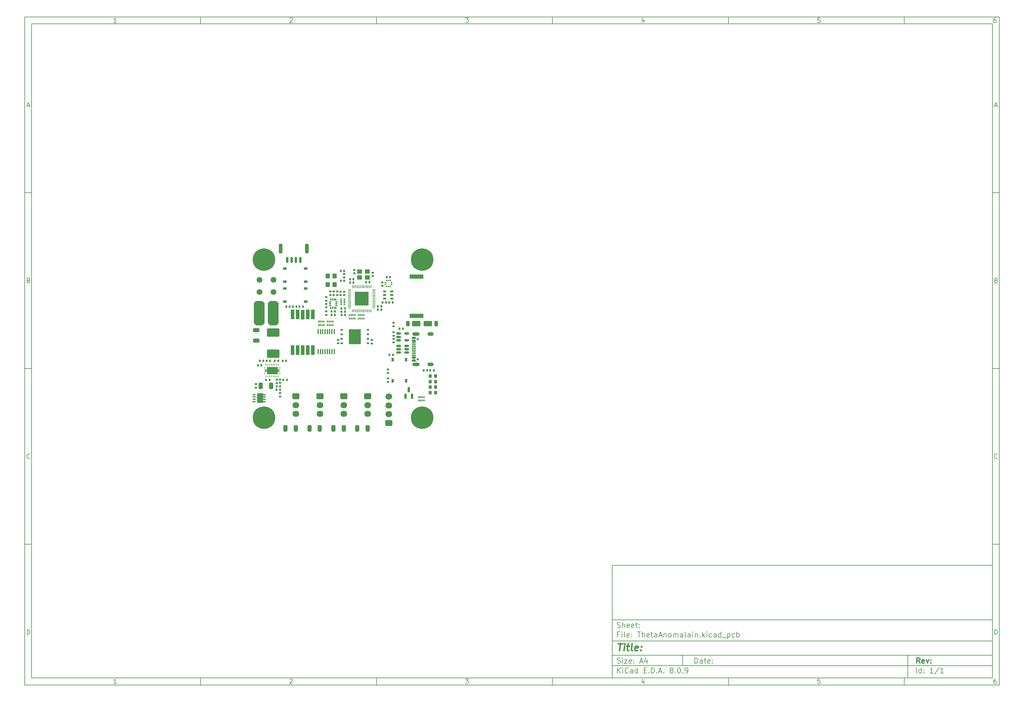
<source format=gbr>
%TF.GenerationSoftware,KiCad,Pcbnew,8.0.9-8.0.9-0~ubuntu24.04.1*%
%TF.CreationDate,2025-05-06T11:39:43+05:00*%
%TF.ProjectId,ThetaAnomalain,54686574-6141-46e6-9f6d-616c61696e2e,rev?*%
%TF.SameCoordinates,Original*%
%TF.FileFunction,Soldermask,Top*%
%TF.FilePolarity,Negative*%
%FSLAX46Y46*%
G04 Gerber Fmt 4.6, Leading zero omitted, Abs format (unit mm)*
G04 Created by KiCad (PCBNEW 8.0.9-8.0.9-0~ubuntu24.04.1) date 2025-05-06 11:39:43*
%MOMM*%
%LPD*%
G01*
G04 APERTURE LIST*
G04 Aperture macros list*
%AMRoundRect*
0 Rectangle with rounded corners*
0 $1 Rounding radius*
0 $2 $3 $4 $5 $6 $7 $8 $9 X,Y pos of 4 corners*
0 Add a 4 corners polygon primitive as box body*
4,1,4,$2,$3,$4,$5,$6,$7,$8,$9,$2,$3,0*
0 Add four circle primitives for the rounded corners*
1,1,$1+$1,$2,$3*
1,1,$1+$1,$4,$5*
1,1,$1+$1,$6,$7*
1,1,$1+$1,$8,$9*
0 Add four rect primitives between the rounded corners*
20,1,$1+$1,$2,$3,$4,$5,0*
20,1,$1+$1,$4,$5,$6,$7,0*
20,1,$1+$1,$6,$7,$8,$9,0*
20,1,$1+$1,$8,$9,$2,$3,0*%
%AMOutline5P*
0 Free polygon, 5 corners , with rotation*
0 The origin of the aperture is its center*
0 number of corners: always 5*
0 $1 to $10 corner X, Y*
0 $11 Rotation angle, in degrees counterclockwise*
0 create outline with 5 corners*
4,1,5,$1,$2,$3,$4,$5,$6,$7,$8,$9,$10,$1,$2,$11*%
%AMOutline6P*
0 Free polygon, 6 corners , with rotation*
0 The origin of the aperture is its center*
0 number of corners: always 6*
0 $1 to $12 corner X, Y*
0 $13 Rotation angle, in degrees counterclockwise*
0 create outline with 6 corners*
4,1,6,$1,$2,$3,$4,$5,$6,$7,$8,$9,$10,$11,$12,$1,$2,$13*%
%AMOutline7P*
0 Free polygon, 7 corners , with rotation*
0 The origin of the aperture is its center*
0 number of corners: always 7*
0 $1 to $14 corner X, Y*
0 $15 Rotation angle, in degrees counterclockwise*
0 create outline with 7 corners*
4,1,7,$1,$2,$3,$4,$5,$6,$7,$8,$9,$10,$11,$12,$13,$14,$1,$2,$15*%
%AMOutline8P*
0 Free polygon, 8 corners , with rotation*
0 The origin of the aperture is its center*
0 number of corners: always 8*
0 $1 to $16 corner X, Y*
0 $17 Rotation angle, in degrees counterclockwise*
0 create outline with 8 corners*
4,1,8,$1,$2,$3,$4,$5,$6,$7,$8,$9,$10,$11,$12,$13,$14,$15,$16,$1,$2,$17*%
G04 Aperture macros list end*
%ADD10C,0.100000*%
%ADD11C,0.150000*%
%ADD12C,0.300000*%
%ADD13C,0.400000*%
%ADD14RoundRect,0.218750X0.218750X0.256250X-0.218750X0.256250X-0.218750X-0.256250X0.218750X-0.256250X0*%
%ADD15RoundRect,0.135000X-0.185000X0.135000X-0.185000X-0.135000X0.185000X-0.135000X0.185000X0.135000X0*%
%ADD16O,0.599999X0.240000*%
%ADD17O,0.240000X0.599999*%
%ADD18R,0.725068X0.229918*%
%ADD19R,0.724920X0.229997*%
%ADD20R,0.399999X0.319994*%
%ADD21R,0.399998X0.319995*%
%ADD22R,3.050006X2.049998*%
%ADD23R,0.725070X0.230003*%
%ADD24R,0.724922X0.230003*%
%ADD25RoundRect,0.135000X0.185000X-0.135000X0.185000X0.135000X-0.185000X0.135000X-0.185000X-0.135000X0*%
%ADD26RoundRect,0.250000X-0.725000X0.600000X-0.725000X-0.600000X0.725000X-0.600000X0.725000X0.600000X0*%
%ADD27O,1.950000X1.700000*%
%ADD28RoundRect,0.250000X-0.325000X-0.650000X0.325000X-0.650000X0.325000X0.650000X-0.325000X0.650000X0*%
%ADD29R,1.000000X0.750000*%
%ADD30RoundRect,0.135000X-0.135000X-0.185000X0.135000X-0.185000X0.135000X0.185000X-0.135000X0.185000X0*%
%ADD31C,0.800000*%
%ADD32C,6.400000*%
%ADD33RoundRect,0.135000X0.135000X0.185000X-0.135000X0.185000X-0.135000X-0.185000X0.135000X-0.185000X0*%
%ADD34RoundRect,0.100000X-0.100000X0.637500X-0.100000X-0.637500X0.100000X-0.637500X0.100000X0.637500X0*%
%ADD35RoundRect,0.150000X0.150000X-0.587500X0.150000X0.587500X-0.150000X0.587500X-0.150000X-0.587500X0*%
%ADD36RoundRect,0.140000X0.140000X0.170000X-0.140000X0.170000X-0.140000X-0.170000X0.140000X-0.170000X0*%
%ADD37RoundRect,0.250000X-1.500000X0.925000X-1.500000X-0.925000X1.500000X-0.925000X1.500000X0.925000X0*%
%ADD38RoundRect,0.147500X0.172500X-0.147500X0.172500X0.147500X-0.172500X0.147500X-0.172500X-0.147500X0*%
%ADD39RoundRect,0.140000X0.170000X-0.140000X0.170000X0.140000X-0.170000X0.140000X-0.170000X-0.140000X0*%
%ADD40RoundRect,0.140000X-0.170000X0.140000X-0.170000X-0.140000X0.170000X-0.140000X0.170000X0.140000X0*%
%ADD41RoundRect,0.140000X-0.140000X-0.170000X0.140000X-0.170000X0.140000X0.170000X-0.140000X0.170000X0*%
%ADD42RoundRect,0.250000X0.725000X-0.600000X0.725000X0.600000X-0.725000X0.600000X-0.725000X-0.600000X0*%
%ADD43R,1.200000X1.400000*%
%ADD44R,1.000000X2.800000*%
%ADD45C,1.649242*%
%ADD46Outline8P,-3.500000X0.900000X-2.900000X1.500000X2.900000X1.500000X3.500000X0.900000X3.500000X-0.900000X2.900000X-1.500000X-2.900000X-1.500000X-3.500000X-0.900000X90.000000*%
%ADD47R,0.400000X0.500000*%
%ADD48R,0.300000X0.500000*%
%ADD49RoundRect,0.000000X-0.400000X-0.250000X0.400000X-0.250000X0.400000X0.250000X-0.400000X0.250000X0*%
%ADD50RoundRect,0.250000X0.650000X-0.325000X0.650000X0.325000X-0.650000X0.325000X-0.650000X-0.325000X0*%
%ADD51R,0.500000X0.400000*%
%ADD52R,0.500000X0.300000*%
%ADD53R,4.000000X1.200000*%
%ADD54RoundRect,0.087500X-0.087500X0.225000X-0.087500X-0.225000X0.087500X-0.225000X0.087500X0.225000X0*%
%ADD55RoundRect,0.087500X-0.225000X0.087500X-0.225000X-0.087500X0.225000X-0.087500X0.225000X0.087500X0*%
%ADD56RoundRect,0.150000X0.150000X0.700000X-0.150000X0.700000X-0.150000X-0.700000X0.150000X-0.700000X0*%
%ADD57RoundRect,0.250000X0.250000X1.100000X-0.250000X1.100000X-0.250000X-1.100000X0.250000X-1.100000X0*%
%ADD58RoundRect,0.150000X-0.512500X-0.150000X0.512500X-0.150000X0.512500X0.150000X-0.512500X0.150000X0*%
%ADD59R,1.400000X1.200000*%
%ADD60R,0.750000X1.000000*%
%ADD61R,1.725000X2.700000*%
%ADD62RoundRect,0.075000X-0.362500X-0.075000X0.362500X-0.075000X0.362500X0.075000X-0.362500X0.075000X0*%
%ADD63RoundRect,0.150000X0.512500X0.150000X-0.512500X0.150000X-0.512500X-0.150000X0.512500X-0.150000X0*%
%ADD64RoundRect,0.050000X-0.350000X-0.050000X0.350000X-0.050000X0.350000X0.050000X-0.350000X0.050000X0*%
%ADD65RoundRect,0.050000X-0.050000X-0.350000X0.050000X-0.350000X0.050000X0.350000X-0.050000X0.350000X0*%
%ADD66R,4.000000X4.000000*%
%ADD67RoundRect,0.125000X0.200000X0.125000X-0.200000X0.125000X-0.200000X-0.125000X0.200000X-0.125000X0*%
%ADD68R,3.400000X4.300000*%
%ADD69RoundRect,0.250000X-0.950000X-0.500000X0.950000X-0.500000X0.950000X0.500000X-0.950000X0.500000X0*%
%ADD70RoundRect,0.250000X-0.275000X-0.500000X0.275000X-0.500000X0.275000X0.500000X-0.275000X0.500000X0*%
%ADD71RoundRect,0.250000X0.950000X0.500000X-0.950000X0.500000X-0.950000X-0.500000X0.950000X-0.500000X0*%
%ADD72RoundRect,0.250000X0.275000X0.500000X-0.275000X0.500000X-0.275000X-0.500000X0.275000X-0.500000X0*%
%ADD73RoundRect,0.045000X0.205000X-0.105000X0.205000X0.105000X-0.205000X0.105000X-0.205000X-0.105000X0*%
%ADD74RoundRect,0.045000X0.105000X-0.205000X0.105000X0.205000X-0.105000X0.205000X-0.105000X-0.205000X0*%
%ADD75C,0.650000*%
%ADD76RoundRect,0.150000X0.425000X-0.150000X0.425000X0.150000X-0.425000X0.150000X-0.425000X-0.150000X0*%
%ADD77RoundRect,0.075000X0.500000X-0.075000X0.500000X0.075000X-0.500000X0.075000X-0.500000X-0.075000X0*%
%ADD78O,2.100000X1.000000*%
%ADD79O,1.800000X1.000000*%
%ADD80RoundRect,0.250000X0.325000X0.650000X-0.325000X0.650000X-0.325000X-0.650000X0.325000X-0.650000X0*%
G04 APERTURE END LIST*
D10*
D11*
X177002200Y-166007200D02*
X285002200Y-166007200D01*
X285002200Y-198007200D01*
X177002200Y-198007200D01*
X177002200Y-166007200D01*
D10*
D11*
X10000000Y-10000000D02*
X287002200Y-10000000D01*
X287002200Y-200007200D01*
X10000000Y-200007200D01*
X10000000Y-10000000D01*
D10*
D11*
X12000000Y-12000000D02*
X285002200Y-12000000D01*
X285002200Y-198007200D01*
X12000000Y-198007200D01*
X12000000Y-12000000D01*
D10*
D11*
X60000000Y-12000000D02*
X60000000Y-10000000D01*
D10*
D11*
X110000000Y-12000000D02*
X110000000Y-10000000D01*
D10*
D11*
X160000000Y-12000000D02*
X160000000Y-10000000D01*
D10*
D11*
X210000000Y-12000000D02*
X210000000Y-10000000D01*
D10*
D11*
X260000000Y-12000000D02*
X260000000Y-10000000D01*
D10*
D11*
X36089160Y-11593604D02*
X35346303Y-11593604D01*
X35717731Y-11593604D02*
X35717731Y-10293604D01*
X35717731Y-10293604D02*
X35593922Y-10479319D01*
X35593922Y-10479319D02*
X35470112Y-10603128D01*
X35470112Y-10603128D02*
X35346303Y-10665033D01*
D10*
D11*
X85346303Y-10417414D02*
X85408207Y-10355509D01*
X85408207Y-10355509D02*
X85532017Y-10293604D01*
X85532017Y-10293604D02*
X85841541Y-10293604D01*
X85841541Y-10293604D02*
X85965350Y-10355509D01*
X85965350Y-10355509D02*
X86027255Y-10417414D01*
X86027255Y-10417414D02*
X86089160Y-10541223D01*
X86089160Y-10541223D02*
X86089160Y-10665033D01*
X86089160Y-10665033D02*
X86027255Y-10850747D01*
X86027255Y-10850747D02*
X85284398Y-11593604D01*
X85284398Y-11593604D02*
X86089160Y-11593604D01*
D10*
D11*
X135284398Y-10293604D02*
X136089160Y-10293604D01*
X136089160Y-10293604D02*
X135655826Y-10788842D01*
X135655826Y-10788842D02*
X135841541Y-10788842D01*
X135841541Y-10788842D02*
X135965350Y-10850747D01*
X135965350Y-10850747D02*
X136027255Y-10912652D01*
X136027255Y-10912652D02*
X136089160Y-11036461D01*
X136089160Y-11036461D02*
X136089160Y-11345985D01*
X136089160Y-11345985D02*
X136027255Y-11469795D01*
X136027255Y-11469795D02*
X135965350Y-11531700D01*
X135965350Y-11531700D02*
X135841541Y-11593604D01*
X135841541Y-11593604D02*
X135470112Y-11593604D01*
X135470112Y-11593604D02*
X135346303Y-11531700D01*
X135346303Y-11531700D02*
X135284398Y-11469795D01*
D10*
D11*
X185965350Y-10726938D02*
X185965350Y-11593604D01*
X185655826Y-10231700D02*
X185346303Y-11160271D01*
X185346303Y-11160271D02*
X186151064Y-11160271D01*
D10*
D11*
X236027255Y-10293604D02*
X235408207Y-10293604D01*
X235408207Y-10293604D02*
X235346303Y-10912652D01*
X235346303Y-10912652D02*
X235408207Y-10850747D01*
X235408207Y-10850747D02*
X235532017Y-10788842D01*
X235532017Y-10788842D02*
X235841541Y-10788842D01*
X235841541Y-10788842D02*
X235965350Y-10850747D01*
X235965350Y-10850747D02*
X236027255Y-10912652D01*
X236027255Y-10912652D02*
X236089160Y-11036461D01*
X236089160Y-11036461D02*
X236089160Y-11345985D01*
X236089160Y-11345985D02*
X236027255Y-11469795D01*
X236027255Y-11469795D02*
X235965350Y-11531700D01*
X235965350Y-11531700D02*
X235841541Y-11593604D01*
X235841541Y-11593604D02*
X235532017Y-11593604D01*
X235532017Y-11593604D02*
X235408207Y-11531700D01*
X235408207Y-11531700D02*
X235346303Y-11469795D01*
D10*
D11*
X285965350Y-10293604D02*
X285717731Y-10293604D01*
X285717731Y-10293604D02*
X285593922Y-10355509D01*
X285593922Y-10355509D02*
X285532017Y-10417414D01*
X285532017Y-10417414D02*
X285408207Y-10603128D01*
X285408207Y-10603128D02*
X285346303Y-10850747D01*
X285346303Y-10850747D02*
X285346303Y-11345985D01*
X285346303Y-11345985D02*
X285408207Y-11469795D01*
X285408207Y-11469795D02*
X285470112Y-11531700D01*
X285470112Y-11531700D02*
X285593922Y-11593604D01*
X285593922Y-11593604D02*
X285841541Y-11593604D01*
X285841541Y-11593604D02*
X285965350Y-11531700D01*
X285965350Y-11531700D02*
X286027255Y-11469795D01*
X286027255Y-11469795D02*
X286089160Y-11345985D01*
X286089160Y-11345985D02*
X286089160Y-11036461D01*
X286089160Y-11036461D02*
X286027255Y-10912652D01*
X286027255Y-10912652D02*
X285965350Y-10850747D01*
X285965350Y-10850747D02*
X285841541Y-10788842D01*
X285841541Y-10788842D02*
X285593922Y-10788842D01*
X285593922Y-10788842D02*
X285470112Y-10850747D01*
X285470112Y-10850747D02*
X285408207Y-10912652D01*
X285408207Y-10912652D02*
X285346303Y-11036461D01*
D10*
D11*
X60000000Y-198007200D02*
X60000000Y-200007200D01*
D10*
D11*
X110000000Y-198007200D02*
X110000000Y-200007200D01*
D10*
D11*
X160000000Y-198007200D02*
X160000000Y-200007200D01*
D10*
D11*
X210000000Y-198007200D02*
X210000000Y-200007200D01*
D10*
D11*
X260000000Y-198007200D02*
X260000000Y-200007200D01*
D10*
D11*
X36089160Y-199600804D02*
X35346303Y-199600804D01*
X35717731Y-199600804D02*
X35717731Y-198300804D01*
X35717731Y-198300804D02*
X35593922Y-198486519D01*
X35593922Y-198486519D02*
X35470112Y-198610328D01*
X35470112Y-198610328D02*
X35346303Y-198672233D01*
D10*
D11*
X85346303Y-198424614D02*
X85408207Y-198362709D01*
X85408207Y-198362709D02*
X85532017Y-198300804D01*
X85532017Y-198300804D02*
X85841541Y-198300804D01*
X85841541Y-198300804D02*
X85965350Y-198362709D01*
X85965350Y-198362709D02*
X86027255Y-198424614D01*
X86027255Y-198424614D02*
X86089160Y-198548423D01*
X86089160Y-198548423D02*
X86089160Y-198672233D01*
X86089160Y-198672233D02*
X86027255Y-198857947D01*
X86027255Y-198857947D02*
X85284398Y-199600804D01*
X85284398Y-199600804D02*
X86089160Y-199600804D01*
D10*
D11*
X135284398Y-198300804D02*
X136089160Y-198300804D01*
X136089160Y-198300804D02*
X135655826Y-198796042D01*
X135655826Y-198796042D02*
X135841541Y-198796042D01*
X135841541Y-198796042D02*
X135965350Y-198857947D01*
X135965350Y-198857947D02*
X136027255Y-198919852D01*
X136027255Y-198919852D02*
X136089160Y-199043661D01*
X136089160Y-199043661D02*
X136089160Y-199353185D01*
X136089160Y-199353185D02*
X136027255Y-199476995D01*
X136027255Y-199476995D02*
X135965350Y-199538900D01*
X135965350Y-199538900D02*
X135841541Y-199600804D01*
X135841541Y-199600804D02*
X135470112Y-199600804D01*
X135470112Y-199600804D02*
X135346303Y-199538900D01*
X135346303Y-199538900D02*
X135284398Y-199476995D01*
D10*
D11*
X185965350Y-198734138D02*
X185965350Y-199600804D01*
X185655826Y-198238900D02*
X185346303Y-199167471D01*
X185346303Y-199167471D02*
X186151064Y-199167471D01*
D10*
D11*
X236027255Y-198300804D02*
X235408207Y-198300804D01*
X235408207Y-198300804D02*
X235346303Y-198919852D01*
X235346303Y-198919852D02*
X235408207Y-198857947D01*
X235408207Y-198857947D02*
X235532017Y-198796042D01*
X235532017Y-198796042D02*
X235841541Y-198796042D01*
X235841541Y-198796042D02*
X235965350Y-198857947D01*
X235965350Y-198857947D02*
X236027255Y-198919852D01*
X236027255Y-198919852D02*
X236089160Y-199043661D01*
X236089160Y-199043661D02*
X236089160Y-199353185D01*
X236089160Y-199353185D02*
X236027255Y-199476995D01*
X236027255Y-199476995D02*
X235965350Y-199538900D01*
X235965350Y-199538900D02*
X235841541Y-199600804D01*
X235841541Y-199600804D02*
X235532017Y-199600804D01*
X235532017Y-199600804D02*
X235408207Y-199538900D01*
X235408207Y-199538900D02*
X235346303Y-199476995D01*
D10*
D11*
X285965350Y-198300804D02*
X285717731Y-198300804D01*
X285717731Y-198300804D02*
X285593922Y-198362709D01*
X285593922Y-198362709D02*
X285532017Y-198424614D01*
X285532017Y-198424614D02*
X285408207Y-198610328D01*
X285408207Y-198610328D02*
X285346303Y-198857947D01*
X285346303Y-198857947D02*
X285346303Y-199353185D01*
X285346303Y-199353185D02*
X285408207Y-199476995D01*
X285408207Y-199476995D02*
X285470112Y-199538900D01*
X285470112Y-199538900D02*
X285593922Y-199600804D01*
X285593922Y-199600804D02*
X285841541Y-199600804D01*
X285841541Y-199600804D02*
X285965350Y-199538900D01*
X285965350Y-199538900D02*
X286027255Y-199476995D01*
X286027255Y-199476995D02*
X286089160Y-199353185D01*
X286089160Y-199353185D02*
X286089160Y-199043661D01*
X286089160Y-199043661D02*
X286027255Y-198919852D01*
X286027255Y-198919852D02*
X285965350Y-198857947D01*
X285965350Y-198857947D02*
X285841541Y-198796042D01*
X285841541Y-198796042D02*
X285593922Y-198796042D01*
X285593922Y-198796042D02*
X285470112Y-198857947D01*
X285470112Y-198857947D02*
X285408207Y-198919852D01*
X285408207Y-198919852D02*
X285346303Y-199043661D01*
D10*
D11*
X10000000Y-60000000D02*
X12000000Y-60000000D01*
D10*
D11*
X10000000Y-110000000D02*
X12000000Y-110000000D01*
D10*
D11*
X10000000Y-160000000D02*
X12000000Y-160000000D01*
D10*
D11*
X10690476Y-35222176D02*
X11309523Y-35222176D01*
X10566666Y-35593604D02*
X10999999Y-34293604D01*
X10999999Y-34293604D02*
X11433333Y-35593604D01*
D10*
D11*
X11092857Y-84912652D02*
X11278571Y-84974557D01*
X11278571Y-84974557D02*
X11340476Y-85036461D01*
X11340476Y-85036461D02*
X11402380Y-85160271D01*
X11402380Y-85160271D02*
X11402380Y-85345985D01*
X11402380Y-85345985D02*
X11340476Y-85469795D01*
X11340476Y-85469795D02*
X11278571Y-85531700D01*
X11278571Y-85531700D02*
X11154761Y-85593604D01*
X11154761Y-85593604D02*
X10659523Y-85593604D01*
X10659523Y-85593604D02*
X10659523Y-84293604D01*
X10659523Y-84293604D02*
X11092857Y-84293604D01*
X11092857Y-84293604D02*
X11216666Y-84355509D01*
X11216666Y-84355509D02*
X11278571Y-84417414D01*
X11278571Y-84417414D02*
X11340476Y-84541223D01*
X11340476Y-84541223D02*
X11340476Y-84665033D01*
X11340476Y-84665033D02*
X11278571Y-84788842D01*
X11278571Y-84788842D02*
X11216666Y-84850747D01*
X11216666Y-84850747D02*
X11092857Y-84912652D01*
X11092857Y-84912652D02*
X10659523Y-84912652D01*
D10*
D11*
X11402380Y-135469795D02*
X11340476Y-135531700D01*
X11340476Y-135531700D02*
X11154761Y-135593604D01*
X11154761Y-135593604D02*
X11030952Y-135593604D01*
X11030952Y-135593604D02*
X10845238Y-135531700D01*
X10845238Y-135531700D02*
X10721428Y-135407890D01*
X10721428Y-135407890D02*
X10659523Y-135284080D01*
X10659523Y-135284080D02*
X10597619Y-135036461D01*
X10597619Y-135036461D02*
X10597619Y-134850747D01*
X10597619Y-134850747D02*
X10659523Y-134603128D01*
X10659523Y-134603128D02*
X10721428Y-134479319D01*
X10721428Y-134479319D02*
X10845238Y-134355509D01*
X10845238Y-134355509D02*
X11030952Y-134293604D01*
X11030952Y-134293604D02*
X11154761Y-134293604D01*
X11154761Y-134293604D02*
X11340476Y-134355509D01*
X11340476Y-134355509D02*
X11402380Y-134417414D01*
D10*
D11*
X10659523Y-185593604D02*
X10659523Y-184293604D01*
X10659523Y-184293604D02*
X10969047Y-184293604D01*
X10969047Y-184293604D02*
X11154761Y-184355509D01*
X11154761Y-184355509D02*
X11278571Y-184479319D01*
X11278571Y-184479319D02*
X11340476Y-184603128D01*
X11340476Y-184603128D02*
X11402380Y-184850747D01*
X11402380Y-184850747D02*
X11402380Y-185036461D01*
X11402380Y-185036461D02*
X11340476Y-185284080D01*
X11340476Y-185284080D02*
X11278571Y-185407890D01*
X11278571Y-185407890D02*
X11154761Y-185531700D01*
X11154761Y-185531700D02*
X10969047Y-185593604D01*
X10969047Y-185593604D02*
X10659523Y-185593604D01*
D10*
D11*
X287002200Y-60000000D02*
X285002200Y-60000000D01*
D10*
D11*
X287002200Y-110000000D02*
X285002200Y-110000000D01*
D10*
D11*
X287002200Y-160000000D02*
X285002200Y-160000000D01*
D10*
D11*
X285692676Y-35222176D02*
X286311723Y-35222176D01*
X285568866Y-35593604D02*
X286002199Y-34293604D01*
X286002199Y-34293604D02*
X286435533Y-35593604D01*
D10*
D11*
X286095057Y-84912652D02*
X286280771Y-84974557D01*
X286280771Y-84974557D02*
X286342676Y-85036461D01*
X286342676Y-85036461D02*
X286404580Y-85160271D01*
X286404580Y-85160271D02*
X286404580Y-85345985D01*
X286404580Y-85345985D02*
X286342676Y-85469795D01*
X286342676Y-85469795D02*
X286280771Y-85531700D01*
X286280771Y-85531700D02*
X286156961Y-85593604D01*
X286156961Y-85593604D02*
X285661723Y-85593604D01*
X285661723Y-85593604D02*
X285661723Y-84293604D01*
X285661723Y-84293604D02*
X286095057Y-84293604D01*
X286095057Y-84293604D02*
X286218866Y-84355509D01*
X286218866Y-84355509D02*
X286280771Y-84417414D01*
X286280771Y-84417414D02*
X286342676Y-84541223D01*
X286342676Y-84541223D02*
X286342676Y-84665033D01*
X286342676Y-84665033D02*
X286280771Y-84788842D01*
X286280771Y-84788842D02*
X286218866Y-84850747D01*
X286218866Y-84850747D02*
X286095057Y-84912652D01*
X286095057Y-84912652D02*
X285661723Y-84912652D01*
D10*
D11*
X286404580Y-135469795D02*
X286342676Y-135531700D01*
X286342676Y-135531700D02*
X286156961Y-135593604D01*
X286156961Y-135593604D02*
X286033152Y-135593604D01*
X286033152Y-135593604D02*
X285847438Y-135531700D01*
X285847438Y-135531700D02*
X285723628Y-135407890D01*
X285723628Y-135407890D02*
X285661723Y-135284080D01*
X285661723Y-135284080D02*
X285599819Y-135036461D01*
X285599819Y-135036461D02*
X285599819Y-134850747D01*
X285599819Y-134850747D02*
X285661723Y-134603128D01*
X285661723Y-134603128D02*
X285723628Y-134479319D01*
X285723628Y-134479319D02*
X285847438Y-134355509D01*
X285847438Y-134355509D02*
X286033152Y-134293604D01*
X286033152Y-134293604D02*
X286156961Y-134293604D01*
X286156961Y-134293604D02*
X286342676Y-134355509D01*
X286342676Y-134355509D02*
X286404580Y-134417414D01*
D10*
D11*
X285661723Y-185593604D02*
X285661723Y-184293604D01*
X285661723Y-184293604D02*
X285971247Y-184293604D01*
X285971247Y-184293604D02*
X286156961Y-184355509D01*
X286156961Y-184355509D02*
X286280771Y-184479319D01*
X286280771Y-184479319D02*
X286342676Y-184603128D01*
X286342676Y-184603128D02*
X286404580Y-184850747D01*
X286404580Y-184850747D02*
X286404580Y-185036461D01*
X286404580Y-185036461D02*
X286342676Y-185284080D01*
X286342676Y-185284080D02*
X286280771Y-185407890D01*
X286280771Y-185407890D02*
X286156961Y-185531700D01*
X286156961Y-185531700D02*
X285971247Y-185593604D01*
X285971247Y-185593604D02*
X285661723Y-185593604D01*
D10*
D11*
X200458026Y-193793328D02*
X200458026Y-192293328D01*
X200458026Y-192293328D02*
X200815169Y-192293328D01*
X200815169Y-192293328D02*
X201029455Y-192364757D01*
X201029455Y-192364757D02*
X201172312Y-192507614D01*
X201172312Y-192507614D02*
X201243741Y-192650471D01*
X201243741Y-192650471D02*
X201315169Y-192936185D01*
X201315169Y-192936185D02*
X201315169Y-193150471D01*
X201315169Y-193150471D02*
X201243741Y-193436185D01*
X201243741Y-193436185D02*
X201172312Y-193579042D01*
X201172312Y-193579042D02*
X201029455Y-193721900D01*
X201029455Y-193721900D02*
X200815169Y-193793328D01*
X200815169Y-193793328D02*
X200458026Y-193793328D01*
X202600884Y-193793328D02*
X202600884Y-193007614D01*
X202600884Y-193007614D02*
X202529455Y-192864757D01*
X202529455Y-192864757D02*
X202386598Y-192793328D01*
X202386598Y-192793328D02*
X202100884Y-192793328D01*
X202100884Y-192793328D02*
X201958026Y-192864757D01*
X202600884Y-193721900D02*
X202458026Y-193793328D01*
X202458026Y-193793328D02*
X202100884Y-193793328D01*
X202100884Y-193793328D02*
X201958026Y-193721900D01*
X201958026Y-193721900D02*
X201886598Y-193579042D01*
X201886598Y-193579042D02*
X201886598Y-193436185D01*
X201886598Y-193436185D02*
X201958026Y-193293328D01*
X201958026Y-193293328D02*
X202100884Y-193221900D01*
X202100884Y-193221900D02*
X202458026Y-193221900D01*
X202458026Y-193221900D02*
X202600884Y-193150471D01*
X203100884Y-192793328D02*
X203672312Y-192793328D01*
X203315169Y-192293328D02*
X203315169Y-193579042D01*
X203315169Y-193579042D02*
X203386598Y-193721900D01*
X203386598Y-193721900D02*
X203529455Y-193793328D01*
X203529455Y-193793328D02*
X203672312Y-193793328D01*
X204743741Y-193721900D02*
X204600884Y-193793328D01*
X204600884Y-193793328D02*
X204315170Y-193793328D01*
X204315170Y-193793328D02*
X204172312Y-193721900D01*
X204172312Y-193721900D02*
X204100884Y-193579042D01*
X204100884Y-193579042D02*
X204100884Y-193007614D01*
X204100884Y-193007614D02*
X204172312Y-192864757D01*
X204172312Y-192864757D02*
X204315170Y-192793328D01*
X204315170Y-192793328D02*
X204600884Y-192793328D01*
X204600884Y-192793328D02*
X204743741Y-192864757D01*
X204743741Y-192864757D02*
X204815170Y-193007614D01*
X204815170Y-193007614D02*
X204815170Y-193150471D01*
X204815170Y-193150471D02*
X204100884Y-193293328D01*
X205458026Y-193650471D02*
X205529455Y-193721900D01*
X205529455Y-193721900D02*
X205458026Y-193793328D01*
X205458026Y-193793328D02*
X205386598Y-193721900D01*
X205386598Y-193721900D02*
X205458026Y-193650471D01*
X205458026Y-193650471D02*
X205458026Y-193793328D01*
X205458026Y-192864757D02*
X205529455Y-192936185D01*
X205529455Y-192936185D02*
X205458026Y-193007614D01*
X205458026Y-193007614D02*
X205386598Y-192936185D01*
X205386598Y-192936185D02*
X205458026Y-192864757D01*
X205458026Y-192864757D02*
X205458026Y-193007614D01*
D10*
D11*
X177002200Y-194507200D02*
X285002200Y-194507200D01*
D10*
D11*
X178458026Y-196593328D02*
X178458026Y-195093328D01*
X179315169Y-196593328D02*
X178672312Y-195736185D01*
X179315169Y-195093328D02*
X178458026Y-195950471D01*
X179958026Y-196593328D02*
X179958026Y-195593328D01*
X179958026Y-195093328D02*
X179886598Y-195164757D01*
X179886598Y-195164757D02*
X179958026Y-195236185D01*
X179958026Y-195236185D02*
X180029455Y-195164757D01*
X180029455Y-195164757D02*
X179958026Y-195093328D01*
X179958026Y-195093328D02*
X179958026Y-195236185D01*
X181529455Y-196450471D02*
X181458027Y-196521900D01*
X181458027Y-196521900D02*
X181243741Y-196593328D01*
X181243741Y-196593328D02*
X181100884Y-196593328D01*
X181100884Y-196593328D02*
X180886598Y-196521900D01*
X180886598Y-196521900D02*
X180743741Y-196379042D01*
X180743741Y-196379042D02*
X180672312Y-196236185D01*
X180672312Y-196236185D02*
X180600884Y-195950471D01*
X180600884Y-195950471D02*
X180600884Y-195736185D01*
X180600884Y-195736185D02*
X180672312Y-195450471D01*
X180672312Y-195450471D02*
X180743741Y-195307614D01*
X180743741Y-195307614D02*
X180886598Y-195164757D01*
X180886598Y-195164757D02*
X181100884Y-195093328D01*
X181100884Y-195093328D02*
X181243741Y-195093328D01*
X181243741Y-195093328D02*
X181458027Y-195164757D01*
X181458027Y-195164757D02*
X181529455Y-195236185D01*
X182815170Y-196593328D02*
X182815170Y-195807614D01*
X182815170Y-195807614D02*
X182743741Y-195664757D01*
X182743741Y-195664757D02*
X182600884Y-195593328D01*
X182600884Y-195593328D02*
X182315170Y-195593328D01*
X182315170Y-195593328D02*
X182172312Y-195664757D01*
X182815170Y-196521900D02*
X182672312Y-196593328D01*
X182672312Y-196593328D02*
X182315170Y-196593328D01*
X182315170Y-196593328D02*
X182172312Y-196521900D01*
X182172312Y-196521900D02*
X182100884Y-196379042D01*
X182100884Y-196379042D02*
X182100884Y-196236185D01*
X182100884Y-196236185D02*
X182172312Y-196093328D01*
X182172312Y-196093328D02*
X182315170Y-196021900D01*
X182315170Y-196021900D02*
X182672312Y-196021900D01*
X182672312Y-196021900D02*
X182815170Y-195950471D01*
X184172313Y-196593328D02*
X184172313Y-195093328D01*
X184172313Y-196521900D02*
X184029455Y-196593328D01*
X184029455Y-196593328D02*
X183743741Y-196593328D01*
X183743741Y-196593328D02*
X183600884Y-196521900D01*
X183600884Y-196521900D02*
X183529455Y-196450471D01*
X183529455Y-196450471D02*
X183458027Y-196307614D01*
X183458027Y-196307614D02*
X183458027Y-195879042D01*
X183458027Y-195879042D02*
X183529455Y-195736185D01*
X183529455Y-195736185D02*
X183600884Y-195664757D01*
X183600884Y-195664757D02*
X183743741Y-195593328D01*
X183743741Y-195593328D02*
X184029455Y-195593328D01*
X184029455Y-195593328D02*
X184172313Y-195664757D01*
X186029455Y-195807614D02*
X186529455Y-195807614D01*
X186743741Y-196593328D02*
X186029455Y-196593328D01*
X186029455Y-196593328D02*
X186029455Y-195093328D01*
X186029455Y-195093328D02*
X186743741Y-195093328D01*
X187386598Y-196450471D02*
X187458027Y-196521900D01*
X187458027Y-196521900D02*
X187386598Y-196593328D01*
X187386598Y-196593328D02*
X187315170Y-196521900D01*
X187315170Y-196521900D02*
X187386598Y-196450471D01*
X187386598Y-196450471D02*
X187386598Y-196593328D01*
X188100884Y-196593328D02*
X188100884Y-195093328D01*
X188100884Y-195093328D02*
X188458027Y-195093328D01*
X188458027Y-195093328D02*
X188672313Y-195164757D01*
X188672313Y-195164757D02*
X188815170Y-195307614D01*
X188815170Y-195307614D02*
X188886599Y-195450471D01*
X188886599Y-195450471D02*
X188958027Y-195736185D01*
X188958027Y-195736185D02*
X188958027Y-195950471D01*
X188958027Y-195950471D02*
X188886599Y-196236185D01*
X188886599Y-196236185D02*
X188815170Y-196379042D01*
X188815170Y-196379042D02*
X188672313Y-196521900D01*
X188672313Y-196521900D02*
X188458027Y-196593328D01*
X188458027Y-196593328D02*
X188100884Y-196593328D01*
X189600884Y-196450471D02*
X189672313Y-196521900D01*
X189672313Y-196521900D02*
X189600884Y-196593328D01*
X189600884Y-196593328D02*
X189529456Y-196521900D01*
X189529456Y-196521900D02*
X189600884Y-196450471D01*
X189600884Y-196450471D02*
X189600884Y-196593328D01*
X190243742Y-196164757D02*
X190958028Y-196164757D01*
X190100885Y-196593328D02*
X190600885Y-195093328D01*
X190600885Y-195093328D02*
X191100885Y-196593328D01*
X191600884Y-196450471D02*
X191672313Y-196521900D01*
X191672313Y-196521900D02*
X191600884Y-196593328D01*
X191600884Y-196593328D02*
X191529456Y-196521900D01*
X191529456Y-196521900D02*
X191600884Y-196450471D01*
X191600884Y-196450471D02*
X191600884Y-196593328D01*
X193672313Y-195736185D02*
X193529456Y-195664757D01*
X193529456Y-195664757D02*
X193458027Y-195593328D01*
X193458027Y-195593328D02*
X193386599Y-195450471D01*
X193386599Y-195450471D02*
X193386599Y-195379042D01*
X193386599Y-195379042D02*
X193458027Y-195236185D01*
X193458027Y-195236185D02*
X193529456Y-195164757D01*
X193529456Y-195164757D02*
X193672313Y-195093328D01*
X193672313Y-195093328D02*
X193958027Y-195093328D01*
X193958027Y-195093328D02*
X194100885Y-195164757D01*
X194100885Y-195164757D02*
X194172313Y-195236185D01*
X194172313Y-195236185D02*
X194243742Y-195379042D01*
X194243742Y-195379042D02*
X194243742Y-195450471D01*
X194243742Y-195450471D02*
X194172313Y-195593328D01*
X194172313Y-195593328D02*
X194100885Y-195664757D01*
X194100885Y-195664757D02*
X193958027Y-195736185D01*
X193958027Y-195736185D02*
X193672313Y-195736185D01*
X193672313Y-195736185D02*
X193529456Y-195807614D01*
X193529456Y-195807614D02*
X193458027Y-195879042D01*
X193458027Y-195879042D02*
X193386599Y-196021900D01*
X193386599Y-196021900D02*
X193386599Y-196307614D01*
X193386599Y-196307614D02*
X193458027Y-196450471D01*
X193458027Y-196450471D02*
X193529456Y-196521900D01*
X193529456Y-196521900D02*
X193672313Y-196593328D01*
X193672313Y-196593328D02*
X193958027Y-196593328D01*
X193958027Y-196593328D02*
X194100885Y-196521900D01*
X194100885Y-196521900D02*
X194172313Y-196450471D01*
X194172313Y-196450471D02*
X194243742Y-196307614D01*
X194243742Y-196307614D02*
X194243742Y-196021900D01*
X194243742Y-196021900D02*
X194172313Y-195879042D01*
X194172313Y-195879042D02*
X194100885Y-195807614D01*
X194100885Y-195807614D02*
X193958027Y-195736185D01*
X194886598Y-196450471D02*
X194958027Y-196521900D01*
X194958027Y-196521900D02*
X194886598Y-196593328D01*
X194886598Y-196593328D02*
X194815170Y-196521900D01*
X194815170Y-196521900D02*
X194886598Y-196450471D01*
X194886598Y-196450471D02*
X194886598Y-196593328D01*
X195886599Y-195093328D02*
X196029456Y-195093328D01*
X196029456Y-195093328D02*
X196172313Y-195164757D01*
X196172313Y-195164757D02*
X196243742Y-195236185D01*
X196243742Y-195236185D02*
X196315170Y-195379042D01*
X196315170Y-195379042D02*
X196386599Y-195664757D01*
X196386599Y-195664757D02*
X196386599Y-196021900D01*
X196386599Y-196021900D02*
X196315170Y-196307614D01*
X196315170Y-196307614D02*
X196243742Y-196450471D01*
X196243742Y-196450471D02*
X196172313Y-196521900D01*
X196172313Y-196521900D02*
X196029456Y-196593328D01*
X196029456Y-196593328D02*
X195886599Y-196593328D01*
X195886599Y-196593328D02*
X195743742Y-196521900D01*
X195743742Y-196521900D02*
X195672313Y-196450471D01*
X195672313Y-196450471D02*
X195600884Y-196307614D01*
X195600884Y-196307614D02*
X195529456Y-196021900D01*
X195529456Y-196021900D02*
X195529456Y-195664757D01*
X195529456Y-195664757D02*
X195600884Y-195379042D01*
X195600884Y-195379042D02*
X195672313Y-195236185D01*
X195672313Y-195236185D02*
X195743742Y-195164757D01*
X195743742Y-195164757D02*
X195886599Y-195093328D01*
X197029455Y-196450471D02*
X197100884Y-196521900D01*
X197100884Y-196521900D02*
X197029455Y-196593328D01*
X197029455Y-196593328D02*
X196958027Y-196521900D01*
X196958027Y-196521900D02*
X197029455Y-196450471D01*
X197029455Y-196450471D02*
X197029455Y-196593328D01*
X197815170Y-196593328D02*
X198100884Y-196593328D01*
X198100884Y-196593328D02*
X198243741Y-196521900D01*
X198243741Y-196521900D02*
X198315170Y-196450471D01*
X198315170Y-196450471D02*
X198458027Y-196236185D01*
X198458027Y-196236185D02*
X198529456Y-195950471D01*
X198529456Y-195950471D02*
X198529456Y-195379042D01*
X198529456Y-195379042D02*
X198458027Y-195236185D01*
X198458027Y-195236185D02*
X198386599Y-195164757D01*
X198386599Y-195164757D02*
X198243741Y-195093328D01*
X198243741Y-195093328D02*
X197958027Y-195093328D01*
X197958027Y-195093328D02*
X197815170Y-195164757D01*
X197815170Y-195164757D02*
X197743741Y-195236185D01*
X197743741Y-195236185D02*
X197672313Y-195379042D01*
X197672313Y-195379042D02*
X197672313Y-195736185D01*
X197672313Y-195736185D02*
X197743741Y-195879042D01*
X197743741Y-195879042D02*
X197815170Y-195950471D01*
X197815170Y-195950471D02*
X197958027Y-196021900D01*
X197958027Y-196021900D02*
X198243741Y-196021900D01*
X198243741Y-196021900D02*
X198386599Y-195950471D01*
X198386599Y-195950471D02*
X198458027Y-195879042D01*
X198458027Y-195879042D02*
X198529456Y-195736185D01*
D10*
D11*
X177002200Y-191507200D02*
X285002200Y-191507200D01*
D10*
D12*
X264413853Y-193785528D02*
X263913853Y-193071242D01*
X263556710Y-193785528D02*
X263556710Y-192285528D01*
X263556710Y-192285528D02*
X264128139Y-192285528D01*
X264128139Y-192285528D02*
X264270996Y-192356957D01*
X264270996Y-192356957D02*
X264342425Y-192428385D01*
X264342425Y-192428385D02*
X264413853Y-192571242D01*
X264413853Y-192571242D02*
X264413853Y-192785528D01*
X264413853Y-192785528D02*
X264342425Y-192928385D01*
X264342425Y-192928385D02*
X264270996Y-192999814D01*
X264270996Y-192999814D02*
X264128139Y-193071242D01*
X264128139Y-193071242D02*
X263556710Y-193071242D01*
X265628139Y-193714100D02*
X265485282Y-193785528D01*
X265485282Y-193785528D02*
X265199568Y-193785528D01*
X265199568Y-193785528D02*
X265056710Y-193714100D01*
X265056710Y-193714100D02*
X264985282Y-193571242D01*
X264985282Y-193571242D02*
X264985282Y-192999814D01*
X264985282Y-192999814D02*
X265056710Y-192856957D01*
X265056710Y-192856957D02*
X265199568Y-192785528D01*
X265199568Y-192785528D02*
X265485282Y-192785528D01*
X265485282Y-192785528D02*
X265628139Y-192856957D01*
X265628139Y-192856957D02*
X265699568Y-192999814D01*
X265699568Y-192999814D02*
X265699568Y-193142671D01*
X265699568Y-193142671D02*
X264985282Y-193285528D01*
X266199567Y-192785528D02*
X266556710Y-193785528D01*
X266556710Y-193785528D02*
X266913853Y-192785528D01*
X267485281Y-193642671D02*
X267556710Y-193714100D01*
X267556710Y-193714100D02*
X267485281Y-193785528D01*
X267485281Y-193785528D02*
X267413853Y-193714100D01*
X267413853Y-193714100D02*
X267485281Y-193642671D01*
X267485281Y-193642671D02*
X267485281Y-193785528D01*
X267485281Y-192856957D02*
X267556710Y-192928385D01*
X267556710Y-192928385D02*
X267485281Y-192999814D01*
X267485281Y-192999814D02*
X267413853Y-192928385D01*
X267413853Y-192928385D02*
X267485281Y-192856957D01*
X267485281Y-192856957D02*
X267485281Y-192999814D01*
D10*
D11*
X178386598Y-193721900D02*
X178600884Y-193793328D01*
X178600884Y-193793328D02*
X178958026Y-193793328D01*
X178958026Y-193793328D02*
X179100884Y-193721900D01*
X179100884Y-193721900D02*
X179172312Y-193650471D01*
X179172312Y-193650471D02*
X179243741Y-193507614D01*
X179243741Y-193507614D02*
X179243741Y-193364757D01*
X179243741Y-193364757D02*
X179172312Y-193221900D01*
X179172312Y-193221900D02*
X179100884Y-193150471D01*
X179100884Y-193150471D02*
X178958026Y-193079042D01*
X178958026Y-193079042D02*
X178672312Y-193007614D01*
X178672312Y-193007614D02*
X178529455Y-192936185D01*
X178529455Y-192936185D02*
X178458026Y-192864757D01*
X178458026Y-192864757D02*
X178386598Y-192721900D01*
X178386598Y-192721900D02*
X178386598Y-192579042D01*
X178386598Y-192579042D02*
X178458026Y-192436185D01*
X178458026Y-192436185D02*
X178529455Y-192364757D01*
X178529455Y-192364757D02*
X178672312Y-192293328D01*
X178672312Y-192293328D02*
X179029455Y-192293328D01*
X179029455Y-192293328D02*
X179243741Y-192364757D01*
X179886597Y-193793328D02*
X179886597Y-192793328D01*
X179886597Y-192293328D02*
X179815169Y-192364757D01*
X179815169Y-192364757D02*
X179886597Y-192436185D01*
X179886597Y-192436185D02*
X179958026Y-192364757D01*
X179958026Y-192364757D02*
X179886597Y-192293328D01*
X179886597Y-192293328D02*
X179886597Y-192436185D01*
X180458026Y-192793328D02*
X181243741Y-192793328D01*
X181243741Y-192793328D02*
X180458026Y-193793328D01*
X180458026Y-193793328D02*
X181243741Y-193793328D01*
X182386598Y-193721900D02*
X182243741Y-193793328D01*
X182243741Y-193793328D02*
X181958027Y-193793328D01*
X181958027Y-193793328D02*
X181815169Y-193721900D01*
X181815169Y-193721900D02*
X181743741Y-193579042D01*
X181743741Y-193579042D02*
X181743741Y-193007614D01*
X181743741Y-193007614D02*
X181815169Y-192864757D01*
X181815169Y-192864757D02*
X181958027Y-192793328D01*
X181958027Y-192793328D02*
X182243741Y-192793328D01*
X182243741Y-192793328D02*
X182386598Y-192864757D01*
X182386598Y-192864757D02*
X182458027Y-193007614D01*
X182458027Y-193007614D02*
X182458027Y-193150471D01*
X182458027Y-193150471D02*
X181743741Y-193293328D01*
X183100883Y-193650471D02*
X183172312Y-193721900D01*
X183172312Y-193721900D02*
X183100883Y-193793328D01*
X183100883Y-193793328D02*
X183029455Y-193721900D01*
X183029455Y-193721900D02*
X183100883Y-193650471D01*
X183100883Y-193650471D02*
X183100883Y-193793328D01*
X183100883Y-192864757D02*
X183172312Y-192936185D01*
X183172312Y-192936185D02*
X183100883Y-193007614D01*
X183100883Y-193007614D02*
X183029455Y-192936185D01*
X183029455Y-192936185D02*
X183100883Y-192864757D01*
X183100883Y-192864757D02*
X183100883Y-193007614D01*
X184886598Y-193364757D02*
X185600884Y-193364757D01*
X184743741Y-193793328D02*
X185243741Y-192293328D01*
X185243741Y-192293328D02*
X185743741Y-193793328D01*
X186886598Y-192793328D02*
X186886598Y-193793328D01*
X186529455Y-192221900D02*
X186172312Y-193293328D01*
X186172312Y-193293328D02*
X187100883Y-193293328D01*
D10*
D11*
X263458026Y-196593328D02*
X263458026Y-195093328D01*
X264815170Y-196593328D02*
X264815170Y-195093328D01*
X264815170Y-196521900D02*
X264672312Y-196593328D01*
X264672312Y-196593328D02*
X264386598Y-196593328D01*
X264386598Y-196593328D02*
X264243741Y-196521900D01*
X264243741Y-196521900D02*
X264172312Y-196450471D01*
X264172312Y-196450471D02*
X264100884Y-196307614D01*
X264100884Y-196307614D02*
X264100884Y-195879042D01*
X264100884Y-195879042D02*
X264172312Y-195736185D01*
X264172312Y-195736185D02*
X264243741Y-195664757D01*
X264243741Y-195664757D02*
X264386598Y-195593328D01*
X264386598Y-195593328D02*
X264672312Y-195593328D01*
X264672312Y-195593328D02*
X264815170Y-195664757D01*
X265529455Y-196450471D02*
X265600884Y-196521900D01*
X265600884Y-196521900D02*
X265529455Y-196593328D01*
X265529455Y-196593328D02*
X265458027Y-196521900D01*
X265458027Y-196521900D02*
X265529455Y-196450471D01*
X265529455Y-196450471D02*
X265529455Y-196593328D01*
X265529455Y-195664757D02*
X265600884Y-195736185D01*
X265600884Y-195736185D02*
X265529455Y-195807614D01*
X265529455Y-195807614D02*
X265458027Y-195736185D01*
X265458027Y-195736185D02*
X265529455Y-195664757D01*
X265529455Y-195664757D02*
X265529455Y-195807614D01*
X268172313Y-196593328D02*
X267315170Y-196593328D01*
X267743741Y-196593328D02*
X267743741Y-195093328D01*
X267743741Y-195093328D02*
X267600884Y-195307614D01*
X267600884Y-195307614D02*
X267458027Y-195450471D01*
X267458027Y-195450471D02*
X267315170Y-195521900D01*
X269886598Y-195021900D02*
X268600884Y-196950471D01*
X271172313Y-196593328D02*
X270315170Y-196593328D01*
X270743741Y-196593328D02*
X270743741Y-195093328D01*
X270743741Y-195093328D02*
X270600884Y-195307614D01*
X270600884Y-195307614D02*
X270458027Y-195450471D01*
X270458027Y-195450471D02*
X270315170Y-195521900D01*
D10*
D11*
X177002200Y-187507200D02*
X285002200Y-187507200D01*
D10*
D13*
X178693928Y-188211638D02*
X179836785Y-188211638D01*
X179015357Y-190211638D02*
X179265357Y-188211638D01*
X180253452Y-190211638D02*
X180420119Y-188878304D01*
X180503452Y-188211638D02*
X180396309Y-188306876D01*
X180396309Y-188306876D02*
X180479643Y-188402114D01*
X180479643Y-188402114D02*
X180586786Y-188306876D01*
X180586786Y-188306876D02*
X180503452Y-188211638D01*
X180503452Y-188211638D02*
X180479643Y-188402114D01*
X181086786Y-188878304D02*
X181848690Y-188878304D01*
X181455833Y-188211638D02*
X181241548Y-189925923D01*
X181241548Y-189925923D02*
X181312976Y-190116400D01*
X181312976Y-190116400D02*
X181491548Y-190211638D01*
X181491548Y-190211638D02*
X181682024Y-190211638D01*
X182634405Y-190211638D02*
X182455833Y-190116400D01*
X182455833Y-190116400D02*
X182384405Y-189925923D01*
X182384405Y-189925923D02*
X182598690Y-188211638D01*
X184170119Y-190116400D02*
X183967738Y-190211638D01*
X183967738Y-190211638D02*
X183586785Y-190211638D01*
X183586785Y-190211638D02*
X183408214Y-190116400D01*
X183408214Y-190116400D02*
X183336785Y-189925923D01*
X183336785Y-189925923D02*
X183432024Y-189164019D01*
X183432024Y-189164019D02*
X183551071Y-188973542D01*
X183551071Y-188973542D02*
X183753452Y-188878304D01*
X183753452Y-188878304D02*
X184134404Y-188878304D01*
X184134404Y-188878304D02*
X184312976Y-188973542D01*
X184312976Y-188973542D02*
X184384404Y-189164019D01*
X184384404Y-189164019D02*
X184360595Y-189354495D01*
X184360595Y-189354495D02*
X183384404Y-189544971D01*
X185134405Y-190021161D02*
X185217738Y-190116400D01*
X185217738Y-190116400D02*
X185110595Y-190211638D01*
X185110595Y-190211638D02*
X185027262Y-190116400D01*
X185027262Y-190116400D02*
X185134405Y-190021161D01*
X185134405Y-190021161D02*
X185110595Y-190211638D01*
X185265357Y-188973542D02*
X185348690Y-189068780D01*
X185348690Y-189068780D02*
X185241548Y-189164019D01*
X185241548Y-189164019D02*
X185158214Y-189068780D01*
X185158214Y-189068780D02*
X185265357Y-188973542D01*
X185265357Y-188973542D02*
X185241548Y-189164019D01*
D10*
D11*
X178958026Y-185607614D02*
X178458026Y-185607614D01*
X178458026Y-186393328D02*
X178458026Y-184893328D01*
X178458026Y-184893328D02*
X179172312Y-184893328D01*
X179743740Y-186393328D02*
X179743740Y-185393328D01*
X179743740Y-184893328D02*
X179672312Y-184964757D01*
X179672312Y-184964757D02*
X179743740Y-185036185D01*
X179743740Y-185036185D02*
X179815169Y-184964757D01*
X179815169Y-184964757D02*
X179743740Y-184893328D01*
X179743740Y-184893328D02*
X179743740Y-185036185D01*
X180672312Y-186393328D02*
X180529455Y-186321900D01*
X180529455Y-186321900D02*
X180458026Y-186179042D01*
X180458026Y-186179042D02*
X180458026Y-184893328D01*
X181815169Y-186321900D02*
X181672312Y-186393328D01*
X181672312Y-186393328D02*
X181386598Y-186393328D01*
X181386598Y-186393328D02*
X181243740Y-186321900D01*
X181243740Y-186321900D02*
X181172312Y-186179042D01*
X181172312Y-186179042D02*
X181172312Y-185607614D01*
X181172312Y-185607614D02*
X181243740Y-185464757D01*
X181243740Y-185464757D02*
X181386598Y-185393328D01*
X181386598Y-185393328D02*
X181672312Y-185393328D01*
X181672312Y-185393328D02*
X181815169Y-185464757D01*
X181815169Y-185464757D02*
X181886598Y-185607614D01*
X181886598Y-185607614D02*
X181886598Y-185750471D01*
X181886598Y-185750471D02*
X181172312Y-185893328D01*
X182529454Y-186250471D02*
X182600883Y-186321900D01*
X182600883Y-186321900D02*
X182529454Y-186393328D01*
X182529454Y-186393328D02*
X182458026Y-186321900D01*
X182458026Y-186321900D02*
X182529454Y-186250471D01*
X182529454Y-186250471D02*
X182529454Y-186393328D01*
X182529454Y-185464757D02*
X182600883Y-185536185D01*
X182600883Y-185536185D02*
X182529454Y-185607614D01*
X182529454Y-185607614D02*
X182458026Y-185536185D01*
X182458026Y-185536185D02*
X182529454Y-185464757D01*
X182529454Y-185464757D02*
X182529454Y-185607614D01*
X184172312Y-184893328D02*
X185029455Y-184893328D01*
X184600883Y-186393328D02*
X184600883Y-184893328D01*
X185529454Y-186393328D02*
X185529454Y-184893328D01*
X186172312Y-186393328D02*
X186172312Y-185607614D01*
X186172312Y-185607614D02*
X186100883Y-185464757D01*
X186100883Y-185464757D02*
X185958026Y-185393328D01*
X185958026Y-185393328D02*
X185743740Y-185393328D01*
X185743740Y-185393328D02*
X185600883Y-185464757D01*
X185600883Y-185464757D02*
X185529454Y-185536185D01*
X187458026Y-186321900D02*
X187315169Y-186393328D01*
X187315169Y-186393328D02*
X187029455Y-186393328D01*
X187029455Y-186393328D02*
X186886597Y-186321900D01*
X186886597Y-186321900D02*
X186815169Y-186179042D01*
X186815169Y-186179042D02*
X186815169Y-185607614D01*
X186815169Y-185607614D02*
X186886597Y-185464757D01*
X186886597Y-185464757D02*
X187029455Y-185393328D01*
X187029455Y-185393328D02*
X187315169Y-185393328D01*
X187315169Y-185393328D02*
X187458026Y-185464757D01*
X187458026Y-185464757D02*
X187529455Y-185607614D01*
X187529455Y-185607614D02*
X187529455Y-185750471D01*
X187529455Y-185750471D02*
X186815169Y-185893328D01*
X187958026Y-185393328D02*
X188529454Y-185393328D01*
X188172311Y-184893328D02*
X188172311Y-186179042D01*
X188172311Y-186179042D02*
X188243740Y-186321900D01*
X188243740Y-186321900D02*
X188386597Y-186393328D01*
X188386597Y-186393328D02*
X188529454Y-186393328D01*
X189672312Y-186393328D02*
X189672312Y-185607614D01*
X189672312Y-185607614D02*
X189600883Y-185464757D01*
X189600883Y-185464757D02*
X189458026Y-185393328D01*
X189458026Y-185393328D02*
X189172312Y-185393328D01*
X189172312Y-185393328D02*
X189029454Y-185464757D01*
X189672312Y-186321900D02*
X189529454Y-186393328D01*
X189529454Y-186393328D02*
X189172312Y-186393328D01*
X189172312Y-186393328D02*
X189029454Y-186321900D01*
X189029454Y-186321900D02*
X188958026Y-186179042D01*
X188958026Y-186179042D02*
X188958026Y-186036185D01*
X188958026Y-186036185D02*
X189029454Y-185893328D01*
X189029454Y-185893328D02*
X189172312Y-185821900D01*
X189172312Y-185821900D02*
X189529454Y-185821900D01*
X189529454Y-185821900D02*
X189672312Y-185750471D01*
X190315169Y-185964757D02*
X191029455Y-185964757D01*
X190172312Y-186393328D02*
X190672312Y-184893328D01*
X190672312Y-184893328D02*
X191172312Y-186393328D01*
X191672311Y-185393328D02*
X191672311Y-186393328D01*
X191672311Y-185536185D02*
X191743740Y-185464757D01*
X191743740Y-185464757D02*
X191886597Y-185393328D01*
X191886597Y-185393328D02*
X192100883Y-185393328D01*
X192100883Y-185393328D02*
X192243740Y-185464757D01*
X192243740Y-185464757D02*
X192315169Y-185607614D01*
X192315169Y-185607614D02*
X192315169Y-186393328D01*
X193243740Y-186393328D02*
X193100883Y-186321900D01*
X193100883Y-186321900D02*
X193029454Y-186250471D01*
X193029454Y-186250471D02*
X192958026Y-186107614D01*
X192958026Y-186107614D02*
X192958026Y-185679042D01*
X192958026Y-185679042D02*
X193029454Y-185536185D01*
X193029454Y-185536185D02*
X193100883Y-185464757D01*
X193100883Y-185464757D02*
X193243740Y-185393328D01*
X193243740Y-185393328D02*
X193458026Y-185393328D01*
X193458026Y-185393328D02*
X193600883Y-185464757D01*
X193600883Y-185464757D02*
X193672312Y-185536185D01*
X193672312Y-185536185D02*
X193743740Y-185679042D01*
X193743740Y-185679042D02*
X193743740Y-186107614D01*
X193743740Y-186107614D02*
X193672312Y-186250471D01*
X193672312Y-186250471D02*
X193600883Y-186321900D01*
X193600883Y-186321900D02*
X193458026Y-186393328D01*
X193458026Y-186393328D02*
X193243740Y-186393328D01*
X194386597Y-186393328D02*
X194386597Y-185393328D01*
X194386597Y-185536185D02*
X194458026Y-185464757D01*
X194458026Y-185464757D02*
X194600883Y-185393328D01*
X194600883Y-185393328D02*
X194815169Y-185393328D01*
X194815169Y-185393328D02*
X194958026Y-185464757D01*
X194958026Y-185464757D02*
X195029455Y-185607614D01*
X195029455Y-185607614D02*
X195029455Y-186393328D01*
X195029455Y-185607614D02*
X195100883Y-185464757D01*
X195100883Y-185464757D02*
X195243740Y-185393328D01*
X195243740Y-185393328D02*
X195458026Y-185393328D01*
X195458026Y-185393328D02*
X195600883Y-185464757D01*
X195600883Y-185464757D02*
X195672312Y-185607614D01*
X195672312Y-185607614D02*
X195672312Y-186393328D01*
X197029455Y-186393328D02*
X197029455Y-185607614D01*
X197029455Y-185607614D02*
X196958026Y-185464757D01*
X196958026Y-185464757D02*
X196815169Y-185393328D01*
X196815169Y-185393328D02*
X196529455Y-185393328D01*
X196529455Y-185393328D02*
X196386597Y-185464757D01*
X197029455Y-186321900D02*
X196886597Y-186393328D01*
X196886597Y-186393328D02*
X196529455Y-186393328D01*
X196529455Y-186393328D02*
X196386597Y-186321900D01*
X196386597Y-186321900D02*
X196315169Y-186179042D01*
X196315169Y-186179042D02*
X196315169Y-186036185D01*
X196315169Y-186036185D02*
X196386597Y-185893328D01*
X196386597Y-185893328D02*
X196529455Y-185821900D01*
X196529455Y-185821900D02*
X196886597Y-185821900D01*
X196886597Y-185821900D02*
X197029455Y-185750471D01*
X197958026Y-186393328D02*
X197815169Y-186321900D01*
X197815169Y-186321900D02*
X197743740Y-186179042D01*
X197743740Y-186179042D02*
X197743740Y-184893328D01*
X199172312Y-186393328D02*
X199172312Y-185607614D01*
X199172312Y-185607614D02*
X199100883Y-185464757D01*
X199100883Y-185464757D02*
X198958026Y-185393328D01*
X198958026Y-185393328D02*
X198672312Y-185393328D01*
X198672312Y-185393328D02*
X198529454Y-185464757D01*
X199172312Y-186321900D02*
X199029454Y-186393328D01*
X199029454Y-186393328D02*
X198672312Y-186393328D01*
X198672312Y-186393328D02*
X198529454Y-186321900D01*
X198529454Y-186321900D02*
X198458026Y-186179042D01*
X198458026Y-186179042D02*
X198458026Y-186036185D01*
X198458026Y-186036185D02*
X198529454Y-185893328D01*
X198529454Y-185893328D02*
X198672312Y-185821900D01*
X198672312Y-185821900D02*
X199029454Y-185821900D01*
X199029454Y-185821900D02*
X199172312Y-185750471D01*
X199886597Y-186393328D02*
X199886597Y-185393328D01*
X199886597Y-184893328D02*
X199815169Y-184964757D01*
X199815169Y-184964757D02*
X199886597Y-185036185D01*
X199886597Y-185036185D02*
X199958026Y-184964757D01*
X199958026Y-184964757D02*
X199886597Y-184893328D01*
X199886597Y-184893328D02*
X199886597Y-185036185D01*
X200600883Y-185393328D02*
X200600883Y-186393328D01*
X200600883Y-185536185D02*
X200672312Y-185464757D01*
X200672312Y-185464757D02*
X200815169Y-185393328D01*
X200815169Y-185393328D02*
X201029455Y-185393328D01*
X201029455Y-185393328D02*
X201172312Y-185464757D01*
X201172312Y-185464757D02*
X201243741Y-185607614D01*
X201243741Y-185607614D02*
X201243741Y-186393328D01*
X201958026Y-186250471D02*
X202029455Y-186321900D01*
X202029455Y-186321900D02*
X201958026Y-186393328D01*
X201958026Y-186393328D02*
X201886598Y-186321900D01*
X201886598Y-186321900D02*
X201958026Y-186250471D01*
X201958026Y-186250471D02*
X201958026Y-186393328D01*
X202672312Y-186393328D02*
X202672312Y-184893328D01*
X202815170Y-185821900D02*
X203243741Y-186393328D01*
X203243741Y-185393328D02*
X202672312Y-185964757D01*
X203886598Y-186393328D02*
X203886598Y-185393328D01*
X203886598Y-184893328D02*
X203815170Y-184964757D01*
X203815170Y-184964757D02*
X203886598Y-185036185D01*
X203886598Y-185036185D02*
X203958027Y-184964757D01*
X203958027Y-184964757D02*
X203886598Y-184893328D01*
X203886598Y-184893328D02*
X203886598Y-185036185D01*
X205243742Y-186321900D02*
X205100884Y-186393328D01*
X205100884Y-186393328D02*
X204815170Y-186393328D01*
X204815170Y-186393328D02*
X204672313Y-186321900D01*
X204672313Y-186321900D02*
X204600884Y-186250471D01*
X204600884Y-186250471D02*
X204529456Y-186107614D01*
X204529456Y-186107614D02*
X204529456Y-185679042D01*
X204529456Y-185679042D02*
X204600884Y-185536185D01*
X204600884Y-185536185D02*
X204672313Y-185464757D01*
X204672313Y-185464757D02*
X204815170Y-185393328D01*
X204815170Y-185393328D02*
X205100884Y-185393328D01*
X205100884Y-185393328D02*
X205243742Y-185464757D01*
X206529456Y-186393328D02*
X206529456Y-185607614D01*
X206529456Y-185607614D02*
X206458027Y-185464757D01*
X206458027Y-185464757D02*
X206315170Y-185393328D01*
X206315170Y-185393328D02*
X206029456Y-185393328D01*
X206029456Y-185393328D02*
X205886598Y-185464757D01*
X206529456Y-186321900D02*
X206386598Y-186393328D01*
X206386598Y-186393328D02*
X206029456Y-186393328D01*
X206029456Y-186393328D02*
X205886598Y-186321900D01*
X205886598Y-186321900D02*
X205815170Y-186179042D01*
X205815170Y-186179042D02*
X205815170Y-186036185D01*
X205815170Y-186036185D02*
X205886598Y-185893328D01*
X205886598Y-185893328D02*
X206029456Y-185821900D01*
X206029456Y-185821900D02*
X206386598Y-185821900D01*
X206386598Y-185821900D02*
X206529456Y-185750471D01*
X207886599Y-186393328D02*
X207886599Y-184893328D01*
X207886599Y-186321900D02*
X207743741Y-186393328D01*
X207743741Y-186393328D02*
X207458027Y-186393328D01*
X207458027Y-186393328D02*
X207315170Y-186321900D01*
X207315170Y-186321900D02*
X207243741Y-186250471D01*
X207243741Y-186250471D02*
X207172313Y-186107614D01*
X207172313Y-186107614D02*
X207172313Y-185679042D01*
X207172313Y-185679042D02*
X207243741Y-185536185D01*
X207243741Y-185536185D02*
X207315170Y-185464757D01*
X207315170Y-185464757D02*
X207458027Y-185393328D01*
X207458027Y-185393328D02*
X207743741Y-185393328D01*
X207743741Y-185393328D02*
X207886599Y-185464757D01*
X208243742Y-186536185D02*
X209386599Y-186536185D01*
X209743741Y-185393328D02*
X209743741Y-186893328D01*
X209743741Y-185464757D02*
X209886599Y-185393328D01*
X209886599Y-185393328D02*
X210172313Y-185393328D01*
X210172313Y-185393328D02*
X210315170Y-185464757D01*
X210315170Y-185464757D02*
X210386599Y-185536185D01*
X210386599Y-185536185D02*
X210458027Y-185679042D01*
X210458027Y-185679042D02*
X210458027Y-186107614D01*
X210458027Y-186107614D02*
X210386599Y-186250471D01*
X210386599Y-186250471D02*
X210315170Y-186321900D01*
X210315170Y-186321900D02*
X210172313Y-186393328D01*
X210172313Y-186393328D02*
X209886599Y-186393328D01*
X209886599Y-186393328D02*
X209743741Y-186321900D01*
X211743742Y-186321900D02*
X211600884Y-186393328D01*
X211600884Y-186393328D02*
X211315170Y-186393328D01*
X211315170Y-186393328D02*
X211172313Y-186321900D01*
X211172313Y-186321900D02*
X211100884Y-186250471D01*
X211100884Y-186250471D02*
X211029456Y-186107614D01*
X211029456Y-186107614D02*
X211029456Y-185679042D01*
X211029456Y-185679042D02*
X211100884Y-185536185D01*
X211100884Y-185536185D02*
X211172313Y-185464757D01*
X211172313Y-185464757D02*
X211315170Y-185393328D01*
X211315170Y-185393328D02*
X211600884Y-185393328D01*
X211600884Y-185393328D02*
X211743742Y-185464757D01*
X212386598Y-186393328D02*
X212386598Y-184893328D01*
X212386598Y-185464757D02*
X212529456Y-185393328D01*
X212529456Y-185393328D02*
X212815170Y-185393328D01*
X212815170Y-185393328D02*
X212958027Y-185464757D01*
X212958027Y-185464757D02*
X213029456Y-185536185D01*
X213029456Y-185536185D02*
X213100884Y-185679042D01*
X213100884Y-185679042D02*
X213100884Y-186107614D01*
X213100884Y-186107614D02*
X213029456Y-186250471D01*
X213029456Y-186250471D02*
X212958027Y-186321900D01*
X212958027Y-186321900D02*
X212815170Y-186393328D01*
X212815170Y-186393328D02*
X212529456Y-186393328D01*
X212529456Y-186393328D02*
X212386598Y-186321900D01*
D10*
D11*
X177002200Y-181507200D02*
X285002200Y-181507200D01*
D10*
D11*
X178386598Y-183621900D02*
X178600884Y-183693328D01*
X178600884Y-183693328D02*
X178958026Y-183693328D01*
X178958026Y-183693328D02*
X179100884Y-183621900D01*
X179100884Y-183621900D02*
X179172312Y-183550471D01*
X179172312Y-183550471D02*
X179243741Y-183407614D01*
X179243741Y-183407614D02*
X179243741Y-183264757D01*
X179243741Y-183264757D02*
X179172312Y-183121900D01*
X179172312Y-183121900D02*
X179100884Y-183050471D01*
X179100884Y-183050471D02*
X178958026Y-182979042D01*
X178958026Y-182979042D02*
X178672312Y-182907614D01*
X178672312Y-182907614D02*
X178529455Y-182836185D01*
X178529455Y-182836185D02*
X178458026Y-182764757D01*
X178458026Y-182764757D02*
X178386598Y-182621900D01*
X178386598Y-182621900D02*
X178386598Y-182479042D01*
X178386598Y-182479042D02*
X178458026Y-182336185D01*
X178458026Y-182336185D02*
X178529455Y-182264757D01*
X178529455Y-182264757D02*
X178672312Y-182193328D01*
X178672312Y-182193328D02*
X179029455Y-182193328D01*
X179029455Y-182193328D02*
X179243741Y-182264757D01*
X179886597Y-183693328D02*
X179886597Y-182193328D01*
X180529455Y-183693328D02*
X180529455Y-182907614D01*
X180529455Y-182907614D02*
X180458026Y-182764757D01*
X180458026Y-182764757D02*
X180315169Y-182693328D01*
X180315169Y-182693328D02*
X180100883Y-182693328D01*
X180100883Y-182693328D02*
X179958026Y-182764757D01*
X179958026Y-182764757D02*
X179886597Y-182836185D01*
X181815169Y-183621900D02*
X181672312Y-183693328D01*
X181672312Y-183693328D02*
X181386598Y-183693328D01*
X181386598Y-183693328D02*
X181243740Y-183621900D01*
X181243740Y-183621900D02*
X181172312Y-183479042D01*
X181172312Y-183479042D02*
X181172312Y-182907614D01*
X181172312Y-182907614D02*
X181243740Y-182764757D01*
X181243740Y-182764757D02*
X181386598Y-182693328D01*
X181386598Y-182693328D02*
X181672312Y-182693328D01*
X181672312Y-182693328D02*
X181815169Y-182764757D01*
X181815169Y-182764757D02*
X181886598Y-182907614D01*
X181886598Y-182907614D02*
X181886598Y-183050471D01*
X181886598Y-183050471D02*
X181172312Y-183193328D01*
X183100883Y-183621900D02*
X182958026Y-183693328D01*
X182958026Y-183693328D02*
X182672312Y-183693328D01*
X182672312Y-183693328D02*
X182529454Y-183621900D01*
X182529454Y-183621900D02*
X182458026Y-183479042D01*
X182458026Y-183479042D02*
X182458026Y-182907614D01*
X182458026Y-182907614D02*
X182529454Y-182764757D01*
X182529454Y-182764757D02*
X182672312Y-182693328D01*
X182672312Y-182693328D02*
X182958026Y-182693328D01*
X182958026Y-182693328D02*
X183100883Y-182764757D01*
X183100883Y-182764757D02*
X183172312Y-182907614D01*
X183172312Y-182907614D02*
X183172312Y-183050471D01*
X183172312Y-183050471D02*
X182458026Y-183193328D01*
X183600883Y-182693328D02*
X184172311Y-182693328D01*
X183815168Y-182193328D02*
X183815168Y-183479042D01*
X183815168Y-183479042D02*
X183886597Y-183621900D01*
X183886597Y-183621900D02*
X184029454Y-183693328D01*
X184029454Y-183693328D02*
X184172311Y-183693328D01*
X184672311Y-183550471D02*
X184743740Y-183621900D01*
X184743740Y-183621900D02*
X184672311Y-183693328D01*
X184672311Y-183693328D02*
X184600883Y-183621900D01*
X184600883Y-183621900D02*
X184672311Y-183550471D01*
X184672311Y-183550471D02*
X184672311Y-183693328D01*
X184672311Y-182764757D02*
X184743740Y-182836185D01*
X184743740Y-182836185D02*
X184672311Y-182907614D01*
X184672311Y-182907614D02*
X184600883Y-182836185D01*
X184600883Y-182836185D02*
X184672311Y-182764757D01*
X184672311Y-182764757D02*
X184672311Y-182907614D01*
D10*
D11*
X197002200Y-191507200D02*
X197002200Y-194507200D01*
D10*
D11*
X261002200Y-191507200D02*
X261002200Y-198007200D01*
D14*
%TO.C,D8*%
X126787500Y-116900000D03*
X125212500Y-116900000D03*
%TD*%
D15*
%TO.C,R21*%
X114850000Y-96990000D03*
X114850000Y-98010000D03*
%TD*%
%TO.C,R5*%
X81650000Y-113130080D03*
X81650000Y-114150080D03*
%TD*%
D16*
%TO.C,U2*%
X82500002Y-109850078D03*
D17*
X82099921Y-108949999D03*
X81599922Y-108949999D03*
X81099921Y-108949999D03*
X80599922Y-108949999D03*
X80099923Y-108949999D03*
X79599921Y-108949999D03*
X79099922Y-108949999D03*
X78599921Y-108949999D03*
D16*
X78200000Y-109850078D03*
X78200000Y-111350080D03*
D17*
X78599921Y-112249997D03*
X79099922Y-112249997D03*
X79599921Y-112249997D03*
X80099923Y-112249997D03*
X80599922Y-112249997D03*
X81099921Y-112249997D03*
X81599922Y-112249997D03*
X82099921Y-112249997D03*
D16*
X82500002Y-111350080D03*
D18*
X82237460Y-110325039D03*
D19*
X78462459Y-110325079D03*
D20*
X82074925Y-110600077D03*
D21*
X78624920Y-110600077D03*
D22*
X80349923Y-110600079D03*
D23*
X82237461Y-110875077D03*
D24*
X78462458Y-110875077D03*
%TD*%
D25*
%TO.C,R6*%
X114850000Y-102560000D03*
X114850000Y-101540000D03*
%TD*%
D26*
%TO.C,J4*%
X100700000Y-117900000D03*
D27*
X100700000Y-120400000D03*
X100700000Y-122900000D03*
%TD*%
D28*
%TO.C,C29*%
X90925000Y-127000000D03*
X93875000Y-127000000D03*
%TD*%
D29*
%TO.C,SW3*%
X89900000Y-85275000D03*
X83900000Y-85275000D03*
X89900000Y-81525000D03*
X83900000Y-81525000D03*
%TD*%
D30*
%TO.C,R7*%
X83490000Y-113250080D03*
X84510000Y-113250080D03*
%TD*%
D31*
%TO.C,H1*%
X120600000Y-79000000D03*
X121302944Y-77302944D03*
X121302944Y-80697056D03*
X123000000Y-76600000D03*
D32*
X123000000Y-79000000D03*
D31*
X123000000Y-81400000D03*
X124697056Y-77302944D03*
X124697056Y-80697056D03*
X125400000Y-79000000D03*
%TD*%
D33*
%TO.C,R9*%
X124400000Y-110500000D03*
X123380000Y-110500000D03*
%TD*%
D25*
%TO.C,R13*%
X113200000Y-113810000D03*
X113200000Y-112790000D03*
%TD*%
D28*
%TO.C,C30*%
X97725000Y-127000000D03*
X100675000Y-127000000D03*
%TD*%
D29*
%TO.C,SW2*%
X89900000Y-90975000D03*
X83900000Y-90975000D03*
X89900000Y-87225000D03*
X83900000Y-87225000D03*
%TD*%
D34*
%TO.C,U9*%
X97975000Y-99475000D03*
X97325000Y-99475000D03*
X96675000Y-99475000D03*
X96025000Y-99475000D03*
X95375000Y-99475000D03*
X94725000Y-99475000D03*
X94075000Y-99475000D03*
X93425000Y-99475000D03*
X93425000Y-105200000D03*
X94075000Y-105200000D03*
X94725000Y-105200000D03*
X95375000Y-105200000D03*
X96025000Y-105200000D03*
X96675000Y-105200000D03*
X97325000Y-105200000D03*
X97975000Y-105200000D03*
%TD*%
D25*
%TO.C,R14*%
X113200000Y-111310000D03*
X113200000Y-110290000D03*
%TD*%
D30*
%TO.C,R8*%
X125280000Y-110500000D03*
X126300000Y-110500000D03*
%TD*%
D35*
%TO.C,Q1*%
X118200000Y-117900000D03*
X120100000Y-117900000D03*
X119150000Y-116025000D03*
%TD*%
D36*
%TO.C,C32*%
X79580000Y-113250080D03*
X78620000Y-113250080D03*
%TD*%
D37*
%TO.C,L2*%
X80600000Y-99725000D03*
X80600000Y-105775000D03*
%TD*%
D38*
%TO.C,L1*%
X99800000Y-89120000D03*
X99800000Y-88150000D03*
%TD*%
D39*
%TO.C,C2*%
X96900000Y-89080000D03*
X96900000Y-88120000D03*
%TD*%
D40*
%TO.C,C5*%
X100750000Y-88150000D03*
X100750000Y-89110000D03*
%TD*%
D41*
%TO.C,C1*%
X78740000Y-107850080D03*
X79700000Y-107850080D03*
%TD*%
D26*
%TO.C,J3*%
X107500000Y-117900000D03*
D27*
X107500000Y-120400000D03*
X107500000Y-122900000D03*
%TD*%
D28*
%TO.C,C26*%
X84125000Y-127000000D03*
X87075000Y-127000000D03*
%TD*%
D41*
%TO.C,C15*%
X107040000Y-85450000D03*
X108000000Y-85450000D03*
%TD*%
D42*
%TO.C,J7*%
X113500000Y-125500000D03*
D27*
X113500000Y-123000000D03*
X113500000Y-120500000D03*
X113500000Y-118000000D03*
%TD*%
D25*
%TO.C,R10*%
X95700000Y-90700000D03*
X95700000Y-89680000D03*
%TD*%
D33*
%TO.C,R12*%
X114570000Y-91200000D03*
X113550000Y-91200000D03*
%TD*%
D43*
%TO.C,Y2*%
X96150000Y-83700000D03*
X96150000Y-86100000D03*
X98050000Y-86100000D03*
X98050000Y-83700000D03*
%TD*%
D41*
%TO.C,C11*%
X102440000Y-85550000D03*
X103400000Y-85550000D03*
%TD*%
D40*
%TO.C,C37*%
X95700000Y-93770000D03*
X95700000Y-94730000D03*
%TD*%
D25*
%TO.C,R20*%
X75700000Y-115460000D03*
X75700000Y-114440000D03*
%TD*%
D44*
%TO.C,U8*%
X86120000Y-104740000D03*
X87560000Y-104730000D03*
X89000000Y-104750000D03*
X90440000Y-104740000D03*
X91880000Y-104740000D03*
X91880000Y-94640000D03*
X90440000Y-94640000D03*
X89000000Y-94650000D03*
X87560000Y-94630000D03*
X86120000Y-94640000D03*
%TD*%
D45*
%TO.C,J8*%
X76700000Y-84750000D03*
X76700000Y-88250000D03*
X80700000Y-84750000D03*
X80700000Y-88250000D03*
D46*
X80650000Y-94250000D03*
X76650000Y-94250000D03*
%TD*%
D25*
%TO.C,R1*%
X82550000Y-117960000D03*
X82550000Y-116940000D03*
%TD*%
D14*
%TO.C,D7*%
X126787500Y-115300000D03*
X125212500Y-115300000D03*
%TD*%
D47*
%TO.C,RN6*%
X104850000Y-95750000D03*
D48*
X105350000Y-95750000D03*
X105850000Y-95750000D03*
D47*
X106350000Y-95750000D03*
X106350000Y-94750000D03*
D48*
X105850000Y-94750000D03*
X105350000Y-94750000D03*
D47*
X104850000Y-94750000D03*
%TD*%
D14*
%TO.C,D5*%
X126787500Y-112100000D03*
X125212500Y-112100000D03*
%TD*%
D41*
%TO.C,C20*%
X76320000Y-109050080D03*
X77280000Y-109050080D03*
%TD*%
D40*
%TO.C,C24*%
X95700000Y-91597500D03*
X95700000Y-92557500D03*
%TD*%
%TO.C,C16*%
X114850000Y-99720000D03*
X114850000Y-100680000D03*
%TD*%
D26*
%TO.C,J6*%
X87100000Y-117900000D03*
D27*
X87100000Y-120400000D03*
X87100000Y-122900000D03*
%TD*%
D49*
%TO.C,U6*%
X112290000Y-88100000D03*
X112290000Y-89100000D03*
X112290000Y-90100000D03*
X114290000Y-90100000D03*
X114290000Y-89100000D03*
X114290000Y-88100000D03*
%TD*%
D50*
%TO.C,C9*%
X75850000Y-102075000D03*
X75850000Y-99125000D03*
%TD*%
D25*
%TO.C,R17*%
X108700000Y-102860000D03*
X108700000Y-101840000D03*
%TD*%
D33*
%TO.C,R15*%
X87210000Y-92400000D03*
X86190000Y-92400000D03*
%TD*%
D36*
%TO.C,C12*%
X117480000Y-98700000D03*
X116520000Y-98700000D03*
%TD*%
D41*
%TO.C,C6*%
X110370000Y-92300000D03*
X111330000Y-92300000D03*
%TD*%
D39*
%TO.C,C34*%
X99050000Y-102830000D03*
X99050000Y-101870000D03*
%TD*%
D31*
%TO.C,H4*%
X120600000Y-124000000D03*
X121302944Y-122302944D03*
X121302944Y-125697056D03*
X123000000Y-121600000D03*
D32*
X123000000Y-124000000D03*
D31*
X123000000Y-126400000D03*
X124697056Y-122302944D03*
X124697056Y-125697056D03*
X125400000Y-124000000D03*
%TD*%
D41*
%TO.C,C7*%
X110370000Y-93250000D03*
X111330000Y-93250000D03*
%TD*%
D51*
%TO.C,RN1*%
X100900000Y-91750000D03*
D52*
X100900000Y-91250000D03*
X100900000Y-90750000D03*
D51*
X100900000Y-90250000D03*
X99900000Y-90250000D03*
D52*
X99900000Y-90750000D03*
X99900000Y-91250000D03*
D51*
X99900000Y-91750000D03*
%TD*%
D30*
%TO.C,R11*%
X111690000Y-91200000D03*
X112710000Y-91200000D03*
%TD*%
D33*
%TO.C,R16*%
X89100000Y-92400000D03*
X88080000Y-92400000D03*
%TD*%
D41*
%TO.C,C10*%
X102440000Y-84600000D03*
X103400000Y-84600000D03*
%TD*%
D53*
%TO.C,BZ1*%
X121350000Y-83850000D03*
X121350000Y-95050000D03*
%TD*%
D39*
%TO.C,C25*%
X111590000Y-86480000D03*
X111590000Y-85520000D03*
%TD*%
D54*
%TO.C,U5*%
X98450000Y-90387500D03*
X97950000Y-90387500D03*
X97450000Y-90387500D03*
X96950000Y-90387500D03*
D55*
X96787500Y-91050000D03*
X96787500Y-91550000D03*
X96787500Y-92050000D03*
D54*
X96950000Y-92712500D03*
X97450000Y-92712500D03*
X97950000Y-92712500D03*
X98450000Y-92712500D03*
D55*
X98612500Y-92050000D03*
X98612500Y-91550000D03*
X98612500Y-91050000D03*
%TD*%
D56*
%TO.C,J2*%
X88350000Y-79100000D03*
X87100000Y-79100000D03*
X85850000Y-79100000D03*
X84600000Y-79100000D03*
D57*
X90200000Y-75900000D03*
X82750000Y-75900000D03*
%TD*%
D58*
%TO.C,U1*%
X116262500Y-100050000D03*
X116262500Y-101000000D03*
X116262500Y-101950000D03*
X118537500Y-101950000D03*
X118537500Y-100050000D03*
%TD*%
D36*
%TO.C,C8*%
X101030000Y-94800000D03*
X100070000Y-94800000D03*
%TD*%
D41*
%TO.C,C19*%
X83320000Y-107850080D03*
X84280000Y-107850080D03*
%TD*%
D59*
%TO.C,Y1*%
X107380000Y-82385000D03*
X105180000Y-82385000D03*
X105180000Y-84085000D03*
X107380000Y-84085000D03*
%TD*%
D33*
%TO.C,R4*%
X114710000Y-106100000D03*
X113690000Y-106100000D03*
%TD*%
D60*
%TO.C,SW1*%
X118375000Y-107500000D03*
X118375000Y-113500000D03*
X114625000Y-107500000D03*
X114625000Y-113500000D03*
%TD*%
D41*
%TO.C,C21*%
X112860000Y-84050000D03*
X113820000Y-84050000D03*
%TD*%
D26*
%TO.C,J5*%
X93900000Y-117900000D03*
D27*
X93900000Y-120400000D03*
X93900000Y-122900000D03*
%TD*%
D33*
%TO.C,R19*%
X101060000Y-92900000D03*
X100040000Y-92900000D03*
%TD*%
D36*
%TO.C,C33*%
X85310000Y-92400000D03*
X84350000Y-92400000D03*
%TD*%
%TO.C,C35*%
X100800000Y-85000000D03*
X99840000Y-85000000D03*
%TD*%
D47*
%TO.C,RN5*%
X93550000Y-97637500D03*
D48*
X94050000Y-97637500D03*
X94550000Y-97637500D03*
D47*
X95050000Y-97637500D03*
X95050000Y-96637500D03*
D48*
X94550000Y-96637500D03*
X94050000Y-96637500D03*
D47*
X93550000Y-96637500D03*
%TD*%
D61*
%TO.C,Q2*%
X76900000Y-118400000D03*
D62*
X78100000Y-117425000D03*
X78100000Y-118075000D03*
X78100000Y-118725000D03*
X78100000Y-119375000D03*
X75225000Y-119375000D03*
X75225000Y-117425000D03*
X75225000Y-118075000D03*
X75225000Y-118725000D03*
%TD*%
D63*
%TO.C,U3*%
X118537500Y-105450000D03*
X118537500Y-104500000D03*
X118537500Y-103550000D03*
X116262500Y-103550000D03*
X116262500Y-104500000D03*
X116262500Y-105450000D03*
%TD*%
D47*
%TO.C,RN4*%
X96050000Y-97637500D03*
D48*
X96550000Y-97637500D03*
X97050000Y-97637500D03*
D47*
X97550000Y-97637500D03*
X97550000Y-96637500D03*
D48*
X97050000Y-96637500D03*
X96550000Y-96637500D03*
D47*
X96050000Y-96637500D03*
%TD*%
D64*
%TO.C,U4*%
X102350000Y-87550000D03*
X102350000Y-87950000D03*
X102350000Y-88350000D03*
X102350000Y-88750000D03*
X102350000Y-89150000D03*
X102350000Y-89550000D03*
X102350000Y-89950000D03*
X102350000Y-90350000D03*
X102350000Y-90750000D03*
X102350000Y-91150000D03*
X102350000Y-91550000D03*
X102350000Y-91950000D03*
X102350000Y-92350000D03*
X102350000Y-92750000D03*
D65*
X103200000Y-93600000D03*
X103600000Y-93600000D03*
X104000000Y-93600000D03*
X104400000Y-93600000D03*
X104800000Y-93600000D03*
X105200000Y-93600000D03*
X105600000Y-93600000D03*
X106000000Y-93600000D03*
X106400000Y-93600000D03*
X106800000Y-93600000D03*
X107200000Y-93600000D03*
X107600000Y-93600000D03*
X108000000Y-93600000D03*
X108400000Y-93600000D03*
D64*
X109250000Y-92750000D03*
X109250000Y-92350000D03*
X109250000Y-91950000D03*
X109250000Y-91550000D03*
X109250000Y-91150000D03*
X109250000Y-90750000D03*
X109250000Y-90350000D03*
X109250000Y-89950000D03*
X109250000Y-89550000D03*
X109250000Y-89150000D03*
X109250000Y-88750000D03*
X109250000Y-88350000D03*
X109250000Y-87950000D03*
X109250000Y-87550000D03*
D65*
X108400000Y-86700000D03*
X108000000Y-86700000D03*
X107600000Y-86700000D03*
X107200000Y-86700000D03*
X106800000Y-86700000D03*
X106400000Y-86700000D03*
X106000000Y-86700000D03*
X105600000Y-86700000D03*
X105200000Y-86700000D03*
X104800000Y-86700000D03*
X104400000Y-86700000D03*
X104000000Y-86700000D03*
X103600000Y-86700000D03*
X103200000Y-86700000D03*
D66*
X105800000Y-90150000D03*
%TD*%
D36*
%TO.C,C13*%
X82600000Y-115050080D03*
X81640000Y-115050080D03*
%TD*%
D39*
%TO.C,C18*%
X82600000Y-114110080D03*
X82600000Y-113150080D03*
%TD*%
D67*
%TO.C,U10*%
X107600000Y-102830000D03*
X107600000Y-101560000D03*
X107600000Y-100290000D03*
X107600000Y-99020000D03*
X100100000Y-99020000D03*
X100100000Y-100290000D03*
X100100000Y-101560000D03*
X100100000Y-102830000D03*
D68*
X103850000Y-100925000D03*
%TD*%
D31*
%TO.C,H2*%
X75600000Y-124000000D03*
X76302944Y-122302944D03*
X76302944Y-125697056D03*
X78000000Y-121600000D03*
D32*
X78000000Y-124000000D03*
D31*
X78000000Y-126400000D03*
X79697056Y-122302944D03*
X79697056Y-125697056D03*
X80400000Y-124000000D03*
%TD*%
D36*
%TO.C,C17*%
X77800000Y-107850080D03*
X76840000Y-107850080D03*
%TD*%
D41*
%TO.C,C22*%
X97220000Y-93787500D03*
X98180000Y-93787500D03*
%TD*%
D69*
%TO.C,D2*%
X121275000Y-97200000D03*
D70*
X118900000Y-97200000D03*
%TD*%
D71*
%TO.C,D1*%
X124600000Y-97200000D03*
D72*
X126975000Y-97200000D03*
%TD*%
D38*
%TO.C,L3*%
X100800000Y-84085000D03*
X100800000Y-83115000D03*
%TD*%
D73*
%TO.C,U7*%
X112469000Y-85531000D03*
X112469000Y-86031000D03*
D74*
X112840000Y-86650000D03*
X113340000Y-86650000D03*
X113840000Y-86650000D03*
D73*
X114211000Y-86031000D03*
X114211000Y-85531000D03*
D74*
X113840000Y-84912000D03*
X113340000Y-84912000D03*
X112840000Y-84912000D03*
%TD*%
D41*
%TO.C,C23*%
X97220000Y-94737500D03*
X98180000Y-94737500D03*
%TD*%
D47*
%TO.C,RN3*%
X103850000Y-94750000D03*
D48*
X103350000Y-94750000D03*
X102850000Y-94750000D03*
D47*
X102350000Y-94750000D03*
X102350000Y-95750000D03*
D48*
X102850000Y-95750000D03*
X103350000Y-95750000D03*
D47*
X103850000Y-95750000D03*
%TD*%
D75*
%TO.C,J1*%
X121695000Y-107390000D03*
X121695000Y-101610000D03*
D76*
X120620000Y-107700000D03*
X120620000Y-106900000D03*
D77*
X120620000Y-105750000D03*
X120620000Y-104750000D03*
X120620000Y-104250000D03*
X120620000Y-103250000D03*
D76*
X120620000Y-102100000D03*
X120620000Y-101300000D03*
X120620000Y-101300000D03*
X120620000Y-102100000D03*
D77*
X120620000Y-102750000D03*
X120620000Y-103750000D03*
X120620000Y-105250000D03*
X120620000Y-106250000D03*
D76*
X120620000Y-106900000D03*
X120620000Y-107700000D03*
D78*
X121195000Y-108820000D03*
D79*
X125375000Y-108820000D03*
D78*
X121195000Y-100180000D03*
D79*
X125375000Y-100180000D03*
%TD*%
D36*
%TO.C,C36*%
X100780000Y-82200000D03*
X99820000Y-82200000D03*
%TD*%
D30*
%TO.C,R18*%
X100040000Y-93850000D03*
X101060000Y-93850000D03*
%TD*%
D28*
%TO.C,C31*%
X104525000Y-127000000D03*
X107475000Y-127000000D03*
%TD*%
D30*
%TO.C,R3*%
X81580000Y-116000080D03*
X82600000Y-116000080D03*
%TD*%
D47*
%TO.C,RN2*%
X123500000Y-118100000D03*
D48*
X123000000Y-118100000D03*
X122500000Y-118100000D03*
D47*
X122000000Y-118100000D03*
X122000000Y-119100000D03*
D48*
X122500000Y-119100000D03*
X123000000Y-119100000D03*
D47*
X123500000Y-119100000D03*
%TD*%
D39*
%TO.C,C4*%
X98800000Y-89080000D03*
X98800000Y-88120000D03*
%TD*%
D30*
%TO.C,R2*%
X81090000Y-107850080D03*
X82110000Y-107850080D03*
%TD*%
D80*
%TO.C,C14*%
X80025000Y-114950080D03*
X77075000Y-114950080D03*
%TD*%
D31*
%TO.C,H3*%
X75600000Y-79000000D03*
X76302944Y-77302944D03*
X76302944Y-80697056D03*
X78000000Y-76600000D03*
D32*
X78000000Y-79000000D03*
D31*
X78000000Y-81400000D03*
X79697056Y-77302944D03*
X79697056Y-80697056D03*
X80400000Y-79000000D03*
%TD*%
D39*
%TO.C,C3*%
X97850000Y-89080000D03*
X97850000Y-88120000D03*
%TD*%
D14*
%TO.C,D6*%
X126787500Y-113700000D03*
X125212500Y-113700000D03*
%TD*%
D39*
%TO.C,C27*%
X103680000Y-82945000D03*
X103680000Y-81985000D03*
%TD*%
D40*
%TO.C,C28*%
X108880000Y-82755000D03*
X108880000Y-83715000D03*
%TD*%
M02*

</source>
